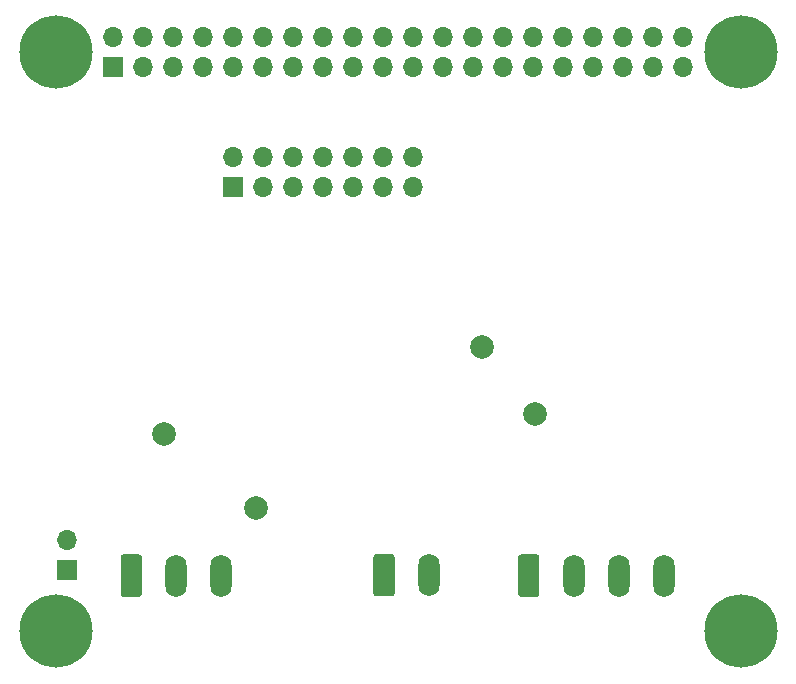
<source format=gbr>
%TF.GenerationSoftware,KiCad,Pcbnew,(5.1.8-0-10_14)*%
%TF.CreationDate,2020-11-27T15:46:17+02:00*%
%TF.ProjectId,SH-RPi,53482d52-5069-42e6-9b69-6361645f7063,revL*%
%TF.SameCoordinates,Original*%
%TF.FileFunction,Soldermask,Bot*%
%TF.FilePolarity,Negative*%
%FSLAX46Y46*%
G04 Gerber Fmt 4.6, Leading zero omitted, Abs format (unit mm)*
G04 Created by KiCad (PCBNEW (5.1.8-0-10_14)) date 2020-11-27 15:46:17*
%MOMM*%
%LPD*%
G01*
G04 APERTURE LIST*
%ADD10O,1.800000X3.600000*%
%ADD11C,2.000000*%
%ADD12C,6.200000*%
%ADD13R,1.700000X1.700000*%
%ADD14O,1.700000X1.700000*%
G04 APERTURE END LIST*
D10*
%TO.C,J701*%
X37719000Y-66040000D03*
X33909000Y-66040000D03*
G36*
G01*
X29199000Y-67590000D02*
X29199000Y-64490000D01*
G75*
G02*
X29449000Y-64240000I250000J0D01*
G01*
X30749000Y-64240000D01*
G75*
G02*
X30999000Y-64490000I0J-250000D01*
G01*
X30999000Y-67590000D01*
G75*
G02*
X30749000Y-67840000I-250000J0D01*
G01*
X29449000Y-67840000D01*
G75*
G02*
X29199000Y-67590000I0J250000D01*
G01*
G37*
%TD*%
%TO.C,J501*%
X55310000Y-66000000D03*
G36*
G01*
X50600000Y-67550000D02*
X50600000Y-64450000D01*
G75*
G02*
X50850000Y-64200000I250000J0D01*
G01*
X52150000Y-64200000D01*
G75*
G02*
X52400000Y-64450000I0J-250000D01*
G01*
X52400000Y-67550000D01*
G75*
G02*
X52150000Y-67800000I-250000J0D01*
G01*
X50850000Y-67800000D01*
G75*
G02*
X50600000Y-67550000I0J250000D01*
G01*
G37*
%TD*%
D11*
%TO.C,TP302*%
X32893000Y-54038500D03*
%TD*%
%TO.C,TP802*%
X64262000Y-52324000D03*
%TD*%
%TO.C,TP301*%
X59753500Y-46672500D03*
%TD*%
D12*
%TO.C,*%
X81691000Y-21729200D03*
%TD*%
%TO.C,*%
X81691000Y-70729200D03*
%TD*%
%TO.C,*%
X23691000Y-70729200D03*
%TD*%
%TO.C,*%
X23691000Y-21729200D03*
%TD*%
D13*
%TO.C,J601*%
X38740000Y-33160000D03*
D14*
X38740000Y-30620000D03*
X41280000Y-33160000D03*
X41280000Y-30620000D03*
X43820000Y-33160000D03*
X43820000Y-30620000D03*
X46360000Y-33160000D03*
X46360000Y-30620000D03*
X48900000Y-33160000D03*
X48900000Y-30620000D03*
X51440000Y-33160000D03*
X51440000Y-30620000D03*
X53980000Y-33160000D03*
X53980000Y-30620000D03*
%TD*%
D13*
%TO.C,J702*%
X28573000Y-23012400D03*
D14*
X28573000Y-20472400D03*
X31113000Y-23012400D03*
X31113000Y-20472400D03*
X33653000Y-23012400D03*
X33653000Y-20472400D03*
X36193000Y-23012400D03*
X36193000Y-20472400D03*
X38733000Y-23012400D03*
X38733000Y-20472400D03*
X41273000Y-23012400D03*
X41273000Y-20472400D03*
X43813000Y-23012400D03*
X43813000Y-20472400D03*
X46353000Y-23012400D03*
X46353000Y-20472400D03*
X48893000Y-23012400D03*
X48893000Y-20472400D03*
X51433000Y-23012400D03*
X51433000Y-20472400D03*
X53973000Y-23012400D03*
X53973000Y-20472400D03*
X56513000Y-23012400D03*
X56513000Y-20472400D03*
X59053000Y-23012400D03*
X59053000Y-20472400D03*
X61593000Y-23012400D03*
X61593000Y-20472400D03*
X64133000Y-23012400D03*
X64133000Y-20472400D03*
X66673000Y-23012400D03*
X66673000Y-20472400D03*
X69213000Y-23012400D03*
X69213000Y-20472400D03*
X71753000Y-23012400D03*
X71753000Y-20472400D03*
X74293000Y-23012400D03*
X74293000Y-20472400D03*
X76833000Y-23012400D03*
X76833000Y-20472400D03*
%TD*%
%TO.C,J801*%
G36*
G01*
X62854000Y-67590000D02*
X62854000Y-64490000D01*
G75*
G02*
X63104000Y-64240000I250000J0D01*
G01*
X64404000Y-64240000D01*
G75*
G02*
X64654000Y-64490000I0J-250000D01*
G01*
X64654000Y-67590000D01*
G75*
G02*
X64404000Y-67840000I-250000J0D01*
G01*
X63104000Y-67840000D01*
G75*
G02*
X62854000Y-67590000I0J250000D01*
G01*
G37*
D10*
X67564000Y-66040000D03*
X71374000Y-66040000D03*
X75184000Y-66040000D03*
%TD*%
D13*
%TO.C,SW201*%
X24638000Y-65532000D03*
D14*
X24638000Y-62992000D03*
%TD*%
D11*
%TO.C,TP501*%
X40640000Y-60345000D03*
%TD*%
M02*

</source>
